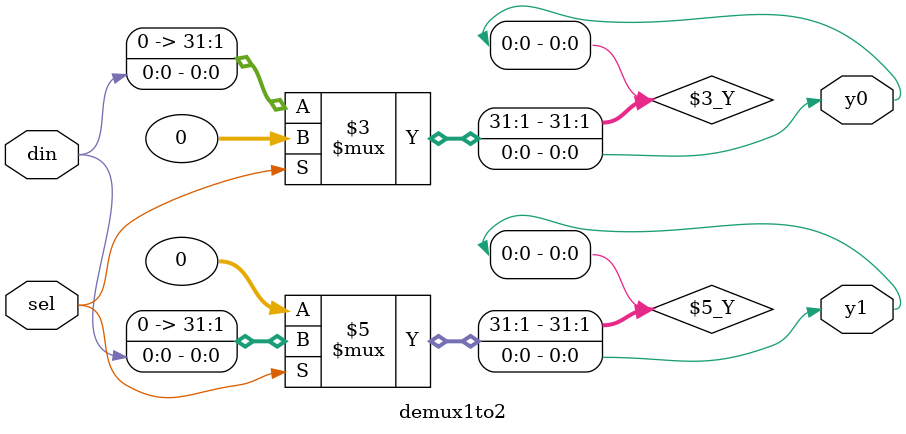
<source format=v>
module demux1to2 (
    input wire din,     
    input wire sel,     
    output wire y0,     
    output wire y1      
);

    assign y0 = (~sel) ? din : 0;   
    assign y1 = ( sel) ? din : 0;   

endmodule

</source>
